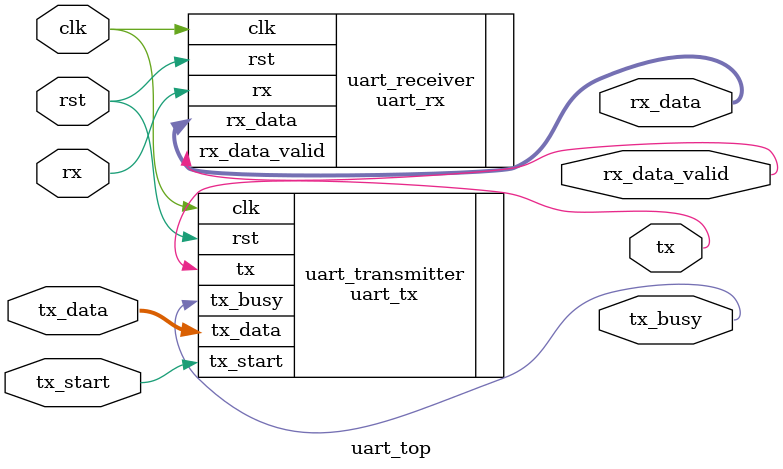
<source format=v>
`timescale 1ns / 1ps

// Full-Duplex UART Top Module integrating Transmitter and Receiver
module uart_top #(parameter BAUD_RATE = 115200, CLOCK_FREQ = 200000000)(
    input clk,
    input rst,
    input tx_start,
    input [7:0] tx_data,
    input rx,
    output tx,
    output rx_data_valid,
    output [7:0] rx_data,
    output tx_busy
);


    // Instantiate UART Transmitter
    uart_tx #(.BAUD_RATE(BAUD_RATE), .CLOCK_FREQ(CLOCK_FREQ)) uart_transmitter (
        .clk(clk),
        .rst(rst),
        .tx_start(tx_start),
        .tx_data(tx_data),
        .tx(tx),
        .tx_busy(tx_busy)
    );

    // Instantiate UART Receiver
    uart_rx #(.BAUD_RATE(BAUD_RATE), .CLOCK_FREQ(CLOCK_FREQ)) uart_receiver (
        .clk(clk),
        .rst(rst),
        .rx(rx),
        .rx_data_valid(rx_data_valid),
        .rx_data(rx_data)
    );

endmodule


</source>
